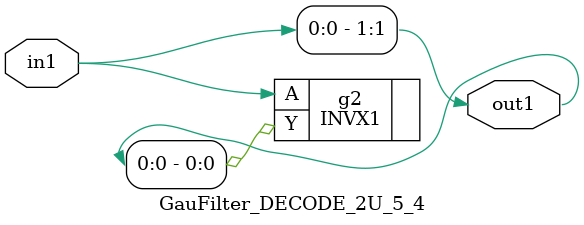
<source format=v>
`timescale 1ps / 1ps


module GauFilter_DECODE_2U_5_4(in1, out1);
  input in1;
  output [1:0] out1;
  wire in1;
  wire [1:0] out1;
  assign out1[1] = in1;
  INVX1 g2(.A (in1), .Y (out1[0]));
endmodule



</source>
